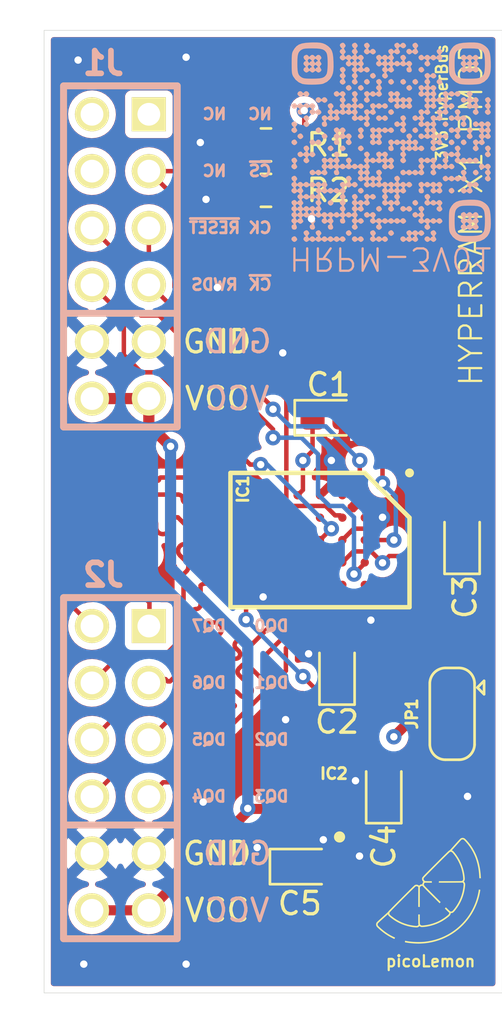
<source format=kicad_pcb>
(kicad_pcb (version 20211014) (generator pcbnew)
  (title_block (title "Hyperram sm x1 PMOD") (date "2023-01-07") (rev "1.0") (company "picoLemon"))
  (layers (0 "F.Cu" signal) (1 "In1.Cu" signal) (2 "In2.Cu" signal) (31 "B.Cu" signal) (34 "B.Paste" user) (35 "F.Paste" user) (36 "B.SilkS" user "B.Silks") (37 "F.SilkS" user "F.Silks") (38 "B.Mask" user) (39 "F.Mask" user) (44 "Edge.Cuts" user))
  (net 0 "")
  (net 2 "~{CS0}")
  (net 3 "CK")
  (net 4 "~{CK}")
  (net 5 "GND")
  (net 6 "+3V3")
  (net 9 "~{RESET}")
  (net 10 "RWDS")
  (net 11 "/DQ0")
  (net 12 "/DQ1")
  (net 13 "/DQ2")
  (net 14 "/DQ3")
  (net 15 "/DQ7")
  (net 16 "/DQ6")
  (net 17 "/DQ5")
  (net 18 "/DQ4")
  (net 24 "VCC")
  (net 27 "+1V8")
  (footprint "LOGO" (layer "F.Cu") (at 50.225 73.433)
    (fp_text reference "G***" hide)
    (fp_text value "LOGO" hide)
  )
  (footprint "Capacitor_Tantalum_SMD:CP_EIA-1608-08_AVX-J" (layer "F.Cu") (at 48.175 68.908 90)
    (fp_text reference "C4" (at -2.55 0 90) (layer "F.SilkS"))
    (fp_text value "1u")
    (pad "1" smd roundrect (at -0.7125 0 90) (size 1.075 1.05) (layers "F.Cu" "F.Paste" "F.Mask") (roundrect_rratio 0.2380952381) (net 27 "+1V8"))
    (pad "2" smd roundrect (at 0.7125 0 90) (size 1.075 1.05) (layers "F.Cu" "F.Paste" "F.Mask") (roundrect_rratio 0.2380952381) (net 5 "GND"))
  )
  (footprint "custom_jumpers:SolderJumper-3_P1.3mm_Bridged23_RoundedPad1.0x1.5mm" (layer "F.Cu") (at 51.2325 65.533 90)
    (fp_text reference "JP1" (at 0 -1.8 90) (layer "F.SilkS") (effects (font (size 0.5 0.5) (thickness 0.125))))
    (fp_text value "VCC_3V_SEL" hide)
    (fp_poly (pts (xy 0.375 -0.3) (xy 0.875 -0.3) (xy 0.875 0.3) (xy 0.375 0.3)) (layer "F.Cu") (width 0) (fill solid))
    (pad "1" smd custom (at -1.3 0 90) (size 1 0.5) (layers "F.Cu" "F.Mask") (net 27 "+1V8") (options (clearance outline) (anchor rect)) (primitives (gr_circle (center 0 0.25) (end 0.5 0.25) (width 0) (fill yes)) (gr_circle (center 0 -0.25) (end 0.5 -0.25) (width 0) (fill yes)) (gr_poly (pts (xy 0.55 0.75) (xy 0 0.75) (xy 0 -0.75) (xy 0.55 -0.75)) (width 0) (fill yes))))
    (pad "2" smd rect (at 0 0 90) (size 1 1.5) (layers "F.Cu" "F.Mask") (net 24 "VCC"))
    (pad "3" smd custom (at 1.3 0 90) (size 1 0.5) (layers "F.Cu" "F.Mask") (net 6 "+3V3") (options (clearance outline) (anchor rect)) (primitives (gr_circle (center 0 0.25) (end 0.5 0.25) (width 0) (fill yes)) (gr_circle (center 0 -0.25) (end 0.5 -0.25) (width 0) (fill yes)) (gr_poly (pts (xy 0 0.75) (xy -0.55 0.75) (xy -0.55 -0.75) (xy 0 -0.75)) (width 0) (fill yes))))
  )
  (footprint "Capacitor_Tantalum_SMD:CP_EIA-1608-08_AVX-J" (layer "F.Cu") (at 46.088 63.612 90)
    (fp_text reference "C2" (at -2.286 0 180) (layer "F.SilkS"))
    (fp_text value "100n")
    (pad "1" smd roundrect (at -0.7125 0 90) (size 1.075 1.05) (layers "F.Cu" "F.Paste" "F.Mask") (roundrect_rratio 0.2380952381) (net 24 "VCC"))
    (pad "2" smd roundrect (at 0.7125 0 90) (size 1.075 1.05) (layers "F.Cu" "F.Paste" "F.Mask") (roundrect_rratio 0.2380952381) (net 5 "GND"))
  )
  (footprint "Resistor_SMD:R_0805_2012Metric" (layer "F.Cu") (at 42.913 42.149)
    (fp_text reference "R2" (at 2.794 0) (layer "F.SilkS"))
    (fp_text value "8k")
    (pad "1" smd roundrect (at -0.9125 0) (size 1.025 1.4) (layers "F.Cu" "F.Paste" "F.Mask") (roundrect_rratio 0.243902439) (net 2 "~{CS0}"))
    (pad "2" smd roundrect (at 0.9125 0) (size 1.025 1.4) (layers "F.Cu" "F.Paste" "F.Mask") (roundrect_rratio 0.243902439) (net 5 "GND"))
  )
  (footprint "Capacitor_Tantalum_SMD:CP_EIA-1608-08_AVX-J" (layer "F.Cu") (at 44.6 72.358)
    (fp_text reference "C5" (at -0.175 1.65) (layer "F.SilkS"))
    (fp_text value "1u")
    (pad "1" smd roundrect (at -0.7125 0) (size 1.075 1.05) (layers "F.Cu" "F.Paste" "F.Mask") (roundrect_rratio 0.2380952381) (net 6 "+3V3"))
    (pad "2" smd roundrect (at 0.7125 0) (size 1.075 1.05) (layers "F.Cu" "F.Paste" "F.Mask") (roundrect_rratio 0.2380952381) (net 5 "GND"))
  )
  (footprint "Capacitor_Tantalum_SMD:CP_EIA-1608-08_AVX-J" (layer "F.Cu") (at 51.676 57.77 90)
    (fp_text reference "C3" (at -2.54 0.127 90) (layer "F.SilkS"))
    (fp_text value "100n")
    (pad "1" smd roundrect (at -0.7125 0 90) (size 1.075 1.05) (layers "F.Cu" "F.Paste" "F.Mask") (roundrect_rratio 0.2380952381) (net 24 "VCC"))
    (pad "2" smd roundrect (at 0.7125 0 90) (size 1.075 1.05) (layers "F.Cu" "F.Paste" "F.Mask") (roundrect_rratio 0.2380952381) (net 5 "GND"))
  )
  (footprint "libs:pmod_pin_array_6x2" (layer "F.Cu") (at 36.41 67.96)
    (fp_text reference "J2" (at -0.762 -8.636) (layer "B.SilkS") (effects (font (size 1.016 1.016) (thickness 0.254)) (justify mirror)))
    (fp_text value "PMOD" hide)
    (fp_text user "GND" (at 5.221 3.81) (layer "B.SilkS") (effects (justify mirror)))
    (fp_text user "VCC" (at 5.221 6.35) (layer "B.SilkS") (effects (justify mirror)))
    (fp_text user "VCC" (at 4.318 6.35) (layer "F.SilkS"))
    (fp_text user "GND" (at 4.318 3.81) (layer "F.SilkS"))
    (pad "1" thru_hole rect (at 1.27 -6.35) (size 1.524 1.524) (drill 1.016) (layers *.Cu *.Mask "F.SilkS") (net 11 "/DQ0"))
    (pad "2" thru_hole circle (at 1.27 -3.81 270) (size 1.524 1.524) (drill 1.016) (layers *.Cu *.Mask "F.SilkS") (net 12 "/DQ1"))
    (pad "3" thru_hole circle (at 1.27 -1.27 270) (size 1.524 1.524) (drill 1.016) (layers *.Cu *.Mask "F.SilkS") (net 13 "/DQ2"))
    (pad "4" thru_hole circle (at 1.27 1.27 270) (size 1.524 1.524) (drill 1.016) (layers *.Cu *.Mask "F.SilkS") (net 14 "/DQ3"))
    (pad "5" thru_hole circle (at 1.27 3.81 270) (size 1.524 1.524) (drill 1.016) (layers *.Cu *.Mask "F.SilkS") (net 5 "GND"))
    (pad "6" thru_hole circle (at 1.27 6.35 270) (size 1.524 1.524) (drill 1.016) (layers *.Cu *.Mask "F.SilkS") (net 6 "+3V3"))
    (pad "7" thru_hole circle (at -1.27 -6.35 270) (size 1.524 1.524) (drill 1.016) (layers *.Cu *.Mask "F.SilkS") (net 15 "/DQ7"))
    (pad "8" thru_hole circle (at -1.27 -3.81 270) (size 1.524 1.524) (drill 1.016) (layers *.Cu *.Mask "F.SilkS") (net 16 "/DQ6"))
    (pad "9" thru_hole circle (at -1.27 -1.27 270) (size 1.524 1.524) (drill 1.016) (layers *.Cu *.Mask "F.SilkS") (net 17 "/DQ5"))
    (pad "10" thru_hole circle (at -1.27 1.27 270) (size 1.524 1.524) (drill 1.016) (layers *.Cu *.Mask "F.SilkS") (net 18 "/DQ4"))
    (pad "11" thru_hole circle (at -1.27 3.81 270) (size 1.524 1.524) (drill 1.016) (layers *.Cu *.Mask "F.SilkS") (net 5 "GND"))
    (pad "12" thru_hole circle (at -1.27 6.35 270) (size 1.524 1.524) (drill 1.016) (layers *.Cu *.Mask "F.SilkS") (net 6 "+3V3"))
  )
  (footprint "libs:SON65P200X200X80-7N" (layer "F.Cu") (at 44.825 69.708 180)
    (fp_text reference "IC2" (at -1.124 1.503 180) (layer "F.SilkS") (effects (font (size 0.5 0.5) (thickness 0.125))))
    (fp_text value "NCP705MT18TCG" hide)
    (pad "1" smd rect locked (at -1.05 -0.65 270) (size 0.35 0.65) (layers "F.Cu" "F.Paste" "F.Mask") (net 27 "+1V8"))
    (pad "2" smd rect locked (at -1.05 0 270) (size 0.35 0.65) (layers "F.Cu" "F.Paste" "F.Mask"))
    (pad "3" smd rect locked (at -1.05 0.65 270) (size 0.35 0.65) (layers "F.Cu" "F.Paste" "F.Mask") (net 5 "GND"))
    (pad "4" smd rect locked (at 1.05 0.65 270) (size 0.35 0.65) (layers "F.Cu" "F.Paste" "F.Mask") (net 6 "+3V3"))
    (pad "5" smd rect locked (at 1.05 0 270) (size 0.35 0.65) (layers "F.Cu" "F.Paste" "F.Mask"))
    (pad "6" smd rect locked (at 1.05 -0.65 270) (size 0.35 0.65) (layers "F.Cu" "F.Paste" "F.Mask") (net 6 "+3V3"))
    (pad "7" smd rect locked (at 0 0 180) (size 1.1 1.7) (layers "F.Cu" "F.Paste" "F.Mask") (net 5 "GND"))
  )
  (footprint "libs:pmod_pin_array_6x2" (layer "F.Cu") (at 36.41 45.1)
    (fp_text reference "J1" (at -0.762 -8.636) (layer "B.SilkS") (effects (font (size 1.016 1.016) (thickness 0.254)) (justify mirror)))
    (fp_text value "PMOD" hide)
    (fp_text user "VCC" (at 5.221 6.35) (layer "B.SilkS") (effects (justify mirror)))
    (fp_text user "GND" (at 5.221 3.801) (layer "B.SilkS") (effects (justify mirror)))
    (fp_text user "GND" (at 4.318 3.81) (layer "F.SilkS"))
    (fp_text user "VCC" (at 4.318 6.35) (layer "F.SilkS"))
    (pad "1" thru_hole rect (at 1.27 -6.35) (size 1.524 1.524) (drill 1.016) (layers *.Cu *.Mask "F.SilkS"))
    (pad "2" thru_hole circle (at 1.27 -3.81 270) (size 1.524 1.524) (drill 1.016) (layers *.Cu *.Mask "F.SilkS") (net 2 "~{CS0}"))
    (pad "3" thru_hole circle (at 1.27 -1.27 270) (size 1.524 1.524) (drill 1.016) (layers *.Cu *.Mask "F.SilkS") (net 3 "CK"))
    (pad "4" thru_hole circle (at 1.27 1.27 270) (size 1.524 1.524) (drill 1.016) (layers *.Cu *.Mask "F.SilkS") (net 4 "~{CK}"))
    (pad "5" thru_hole circle (at 1.27 3.81 270) (size 1.524 1.524) (drill 1.016) (layers *.Cu *.Mask "F.SilkS") (net 5 "GND"))
    (pad "6" thru_hole circle (at 1.27 6.35 270) (size 1.524 1.524) (drill 1.016) (layers *.Cu *.Mask "F.SilkS") (net 6 "+3V3"))
    (pad "7" thru_hole circle (at -1.27 -6.35 270) (size 1.524 1.524) (drill 1.016) (layers *.Cu *.Mask "F.SilkS"))
    (pad "8" thru_hole circle (at -1.27 -3.81 270) (size 1.524 1.524) (drill 1.016) (layers *.Cu *.Mask "F.SilkS"))
    (pad "9" thru_hole circle (at -1.27 -1.27 270) (size 1.524 1.524) (drill 1.016) (layers *.Cu *.Mask "F.SilkS") (net 9 "~{RESET}"))
    (pad "10" thru_hole circle (at -1.27 1.27 270) (size 1.524 1.524) (drill 1.016) (layers *.Cu *.Mask "F.SilkS") (net 10 "RWDS"))
    (pad "11" thru_hole circle (at -1.27 3.81 270) (size 1.524 1.524) (drill 1.016) (layers *.Cu *.Mask "F.SilkS") (net 5 "GND"))
    (pad "12" thru_hole circle (at -1.27 6.35 270) (size 1.524 1.524) (drill 1.016) (layers *.Cu *.Mask "F.SilkS") (net 6 "+3V3"))
  )
  (footprint "Resistor_SMD:R_0805_2012Metric" (layer "F.Cu") (at 42.913 40.117 180)
    (fp_text reference "R1" (at -2.794 0) (layer "F.SilkS"))
    (fp_text value "8k")
    (pad "1" smd roundrect (at -0.9125 0 180) (size 1.025 1.4) (layers "F.Cu" "F.Paste" "F.Mask") (roundrect_rratio 0.243902439) (net 24 "VCC"))
    (pad "2" smd roundrect (at 0.9125 0 180) (size 1.025 1.4) (layers "F.Cu" "F.Paste" "F.Mask") (roundrect_rratio 0.243902439) (net 2 "~{CS0}"))
  )
  (footprint "Capacitor_Tantalum_SMD:CP_EIA-1608-08_AVX-J" (layer "F.Cu") (at 45.707 52.309)
    (fp_text reference "C1" (at 0 -1.48) (layer "F.SilkS"))
    (fp_text value "100n")
    (pad "1" smd roundrect (at -0.7125 0) (size 1.075 1.05) (layers "F.Cu" "F.Paste" "F.Mask") (roundrect_rratio 0.2380952381) (net 24 "VCC"))
    (pad "2" smd roundrect (at 0.7125 0) (size 1.075 1.05) (layers "F.Cu" "F.Paste" "F.Mask") (roundrect_rratio 0.2380952381) (net 5 "GND"))
  )
  (footprint "SamacSys_Parts:BGA24C100P5X5_600X800X120" (layer "F.Cu") (at 45.326 57.77 -90)
    (fp_text reference "IC1" (at -2.265 3.441 90) (layer "F.SilkS") (effects (font (size 0.5 0.5) (thickness 0.125))))
    (fp_text value "W957A8MFYA5I" hide)
    (pad "A2" smd circle locked (at -1 -2) (size 0.37 0.37) (layers "F.Cu" "F.Paste" "F.Mask"))
    (pad "A3" smd circle locked (at 0 -2) (size 0.37 0.37) (layers "F.Cu" "F.Paste" "F.Mask") (net 2 "~{CS0}"))
    (pad "A4" smd circle locked (at 1 -2) (size 0.37 0.37) (layers "F.Cu" "F.Paste" "F.Mask") (net 9 "~{RESET}"))
    (pad "A5" smd circle locked (at 2 -2) (size 0.37 0.37) (layers "F.Cu" "F.Paste" "F.Mask"))
    (pad "B1" smd circle locked (at -2 -1) (size 0.37 0.37) (layers "F.Cu" "F.Paste" "F.Mask") (net 4 "~{CK}"))
    (pad "B2" smd circle locked (at -1 -1) (size 0.37 0.37) (layers "F.Cu" "F.Paste" "F.Mask") (net 3 "CK"))
    (pad "B3" smd circle locked (at 0 -1) (size 0.37 0.37) (layers "F.Cu" "F.Paste" "F.Mask") (net 5 "GND"))
    (pad "B4" smd circle locked (at 1 -1) (size 0.37 0.37) (layers "F.Cu" "F.Paste" "F.Mask") (net 24 "VCC"))
    (pad "B5" smd circle locked (at 2 -1) (size 0.37 0.37) (layers "F.Cu" "F.Paste" "F.Mask"))
    (pad "C1" smd circle locked (at -2 0) (size 0.37 0.37) (layers "F.Cu" "F.Paste" "F.Mask") (net 5 "GND"))
    (pad "C2" smd circle locked (at -1 0) (size 0.37 0.37) (layers "F.Cu" "F.Paste" "F.Mask"))
    (pad "C3" smd circle locked (at 0 0) (size 0.37 0.37) (layers "F.Cu" "F.Paste" "F.Mask") (net 10 "RWDS"))
    (pad "C4" smd circle locked (at 1 0) (size 0.37 0.37) (layers "F.Cu" "F.Paste" "F.Mask") (net 13 "/DQ2"))
    (pad "C5" smd circle locked (at 2 0) (size 0.37 0.37) (layers "F.Cu" "F.Paste" "F.Mask"))
    (pad "D1" smd circle locked (at -2 1) (size 0.37 0.37) (layers "F.Cu" "F.Paste" "F.Mask") (net 24 "VCC"))
    (pad "D2" smd circle locked (at -1 1) (size 0.37 0.37) (layers "F.Cu" "F.Paste" "F.Mask") (net 12 "/DQ1"))
    (pad "D3" smd circle locked (at 0 1) (size 0.37 0.37) (layers "F.Cu" "F.Paste" "F.Mask") (net 11 "/DQ0"))
    (pad "D4" smd circle locked (at 1 1) (size 0.37 0.37) (layers "F.Cu" "F.Paste" "F.Mask") (net 14 "/DQ3"))
    (pad "D5" smd circle locked (at 2 1) (size 0.37 0.37) (layers "F.Cu" "F.Paste" "F.Mask") (net 18 "/DQ4"))
    (pad "E1" smd circle locked (at -2 2) (size 0.37 0.37) (layers "F.Cu" "F.Paste" "F.Mask") (net 15 "/DQ7"))
    (pad "E2" smd circle locked (at -1 2) (size 0.37 0.37) (layers "F.Cu" "F.Paste" "F.Mask") (net 16 "/DQ6"))
    (pad "E3" smd circle locked (at 0 2) (size 0.37 0.37) (layers "F.Cu" "F.Paste" "F.Mask") (net 17 "/DQ5"))
    (pad "E4" smd circle locked (at 1 2) (size 0.37 0.37) (layers "F.Cu" "F.Paste" "F.Mask") (net 24 "VCC"))
    (pad "E5" smd circle locked (at 2 2) (size 0.37 0.37) (layers "F.Cu" "F.Paste" "F.Mask") (net 5 "GND"))
  )
  (footprint "LOGO" (layer "B.Cu") (at 48.489 40.011 180)
    (fp_text reference "G***" hide)
    (fp_text value "LOGO" hide)
  )
  (gr_line (start 33 78) (end 53.467 78) (layer "Edge.Cuts") (width 0.0254))
  (gr_line (start 33 35) (end 53.467 35) (layer "Edge.Cuts") (width 0.0254))
  (gr_line (start 33 35) (end 33 78) (layer "Edge.Cuts") (width 0.0254))
  (gr_line (start 53.467 35) (end 53.467 78) (layer "Edge.Cuts") (width 0.0254))
  (gr_text "~{CK}" (at 42.647 46.361) (layer "B.SilkS") (effects (font (size 0.5 0.5) (thickness 0.125)) (justify mirror)))
  (gr_text "DQ7" (at 40.361 61.601) (layer "B.SilkS") (effects (font (size 0.5 0.5) (thickness 0.125)) (justify mirror)))
  (gr_text "DQ0" (at 43.155 61.601) (layer "B.SilkS") (effects (font (size 0.5 0.5) (thickness 0.125)) (justify mirror)))
  (gr_text "DQ1" (at 43.155 64.141) (layer "B.SilkS") (effects (font (size 0.5 0.5) (thickness 0.125)) (justify mirror)))
  (gr_text "DQ5" (at 40.361 66.681) (layer "B.SilkS") (effects (font (size 0.5 0.5) (thickness 0.125)) (justify mirror)))
  (gr_text "DQ2" (at 43.155 66.681) (layer "B.SilkS") (effects (font (size 0.5 0.5) (thickness 0.125)) (justify mirror)))
  (gr_text "CK" (at 42.647 43.821) (layer "B.SilkS") (effects (font (size 0.5 0.5) (thickness 0.125)) (justify mirror)))
  (gr_text "DQ6" (at 40.361 64.141) (layer "B.SilkS") (effects (font (size 0.5 0.5) (thickness 0.125)) (justify mirror)))
  (gr_text "~{RESET}" (at 40.615 43.821) (layer "B.SilkS") (effects (font (size 0.5 0.5) (thickness 0.125)) (justify mirror)))
  (gr_text "NC" (at 42.647 38.741) (layer "B.SilkS") (effects (font (size 0.5 0.5) (thickness 0.125)) (justify mirror)))
  (gr_text "DQ4" (at 40.361 69.221) (layer "B.SilkS") (effects (font (size 0.5 0.5) (thickness 0.125)) (justify mirror)))
  (gr_text "DQ3" (at 43.155 69.221) (layer "B.SilkS") (effects (font (size 0.5 0.5) (thickness 0.125)) (justify mirror)))
  (gr_text "NC" (at 40.615 41.281) (layer "B.SilkS") (effects (font (size 0.5 0.5) (thickness 0.125)) (justify mirror)))
  (gr_text "RWDS" (at 40.615 46.361) (layer "B.SilkS") (effects (font (size 0.5 0.5) (thickness 0.125)) (justify mirror)))
  (gr_text "~{CS}" (at 42.647 41.281) (layer "B.SilkS") (effects (font (size 0.5 0.5) (thickness 0.125)) (justify mirror)))
  (gr_text "NC" (at 40.615 38.741) (layer "B.SilkS") (effects (font (size 0.5 0.5) (thickness 0.125)) (justify mirror)))
  (gr_text "HRPM-3V01" (at 48.517 45.197 180) (layer "B.SilkS") (effects (font (size 1 1) (thickness 0.1)) (justify mirror)))
  (gr_text "3V3 HyperBus" (at 50.775 38.233 90) (layer "F.SilkS") (effects (font (size 0.5 0.5) (thickness 0.1))))
  (gr_text "picoLemon" (at 50.267 76.587) (layer "F.SilkS") (effects (font (size 0.5 0.5) (thickness 0.1))))
  (gr_text "HYPERRAM X1 PMOD" (at 52.075 43.183 90) (layer "F.SilkS") (effects (font (size 1 1) (thickness 0.1))))
  (segment (start 40.5735 41.29) (end 41.7465 40.117) (width 0.2) (layer "F.Cu") (net 2))
  (segment (start 42.0005 42.149) (end 41.4325 42.149) (width 0.2) (layer "F.Cu") (net 2))
  (segment (start 48.12 55.23) (end 48.12 51.73) (width 0.2) (layer "F.Cu") (net 2))
  (segment (start 47.326 57.77) (end 48.628 57.77) (width 0.2) (layer "F.Cu") (net 2))
  (segment (start 40.5735 41.29) (end 37.68 41.29) (width 0.2) (layer "F.Cu") (net 2))
  (segment (start 41.4325 42.149) (end 40.5735 41.29) (width 0.2) (layer "F.Cu") (net 2))
  (segment (start 41.7465 40.117) (end 42.0005 40.117) (width 0.2) (layer "F.Cu") (net 2))
  (segment (start 48.12 51.73) (end 37.68 41.29) (width 0.2) (layer "F.Cu") (net 2))
  (via (at 48.12 55.23) (size 0.6858) (drill 0.3302) (layers "F.Cu" "B.Cu") (net 2))
  (via (at 48.628 57.77) (size 0.6858) (drill 0.3302) (layers "F.Cu" "B.Cu") (net 2))
  (segment (start 48.7153 57.6827) (end 48.7153 55.8253) (width 0.2) (layer "B.Cu") (net 2))
  (segment (start 48.7153 55.8253) (end 48.12 55.23) (width 0.2) (layer "B.Cu") (net 2))
  (segment (start 48.628 57.77) (end 48.7153 57.6827) (width 0.2) (layer "B.Cu") (net 2))
  (segment (start 38.825 45.781711) (end 38.825 46.483) (width 0.2) (layer "F.Cu") (net 3))
  (segment (start 38.087289 45.044) (end 38.825 45.781711) (width 0.2) (layer "F.Cu") (net 3))
  (segment (start 37.68 45.044) (end 38.087289 45.044) (width 0.2) (layer "F.Cu") (net 3))
  (segment (start 38.825 46.483) (end 43.8236 51.4816) (width 0.2) (layer "F.Cu") (net 3))
  (segment (start 46.2227 56.6667) (end 46.326 56.77) (width 0.2) (layer "F.Cu") (net 3))
  (segment (start 43.8236 51.4816) (end 43.8236 56.058889) (width 0.2) (layer "F.Cu") (net 3))
  (segment (start 37.68 43.83) (end 37.68 45.044) (width 0.2) (layer "F.Cu") (net 3))
  (segment (start 46.0007 56.6667) (end 46.2227 56.6667) (width 0.2) (layer "F.Cu") (net 3))
  (segment (start 44.010711 56.246) (end 45.58 56.246) (width 0.2) (layer "F.Cu") (net 3))
  (segment (start 43.8236 56.058889) (end 44.010711 56.246) (width 0.2) (layer "F.Cu") (net 3))
  (segment (start 45.58 56.246) (end 46.0007 56.6667) (width 0.2) (layer "F.Cu") (net 3))
  (segment (start 37.68 46.37) (end 37.68 46.366) (width 0.2) (layer "F.Cu") (net 4))
  (segment (start 43.2288 51.8628) (end 43.2288 51.928) (width 0.2) (layer "F.Cu") (net 4))
  (segment (start 37.706 46.34) (end 43.2288 51.8628) (width 0.2) (layer "F.Cu") (net 4))
  (segment (start 37.68 46.366) (end 37.706 46.34) (width 0.2) (layer "F.Cu") (net 4))
  (segment (start 47.104 54.214) (end 47.104 54.992) (width 0.2) (layer "F.Cu") (net 4))
  (segment (start 47.104 54.992) (end 46.326 55.77) (width 0.2) (layer "F.Cu") (net 4))
  (via (at 47.104 54.214) (size 0.6858) (drill 0.3302) (layers "F.Cu" "B.Cu") (net 4))
  (via (at 43.2288 51.928) (size 0.6858) (drill 0.3302) (layers "F.Cu" "B.Cu") (net 4))
  (segment (start 43.9908 52.69) (end 45.58 52.69) (width 0.2) (layer "B.Cu") (net 4))
  (segment (start 43.2288 51.928) (end 43.9908 52.69) (width 0.2) (layer "B.Cu") (net 4))
  (segment (start 45.58 52.69) (end 47.104 54.214) (width 0.2) (layer "B.Cu") (net 4))
  (segment (start 44.825 70.508) (end 44.825 69.708) (width 0.45) (layer "F.Cu") (net 5))
  (segment (start 45.3125 71.3205) (end 45.475 71.158) (width 0.45) (layer "F.Cu") (net 5))
  (segment (start 45.475 71.158) (end 44.825 70.508) (width 0.45) (layer "F.Cu") (net 5))
  (segment (start 46.4195 52.309) (end 46.4195 52.8665) (width 0.2) (layer "F.Cu") (net 5))
  (segment (start 46.9125 68.5205) (end 46.375 69.058) (width 0.45) (layer "F.Cu") (net 5))
  (segment (start 42.786 60.31) (end 43.326 59.77) (width 0.2) (layer "F.Cu") (net 5))
  (segment (start 46.4195 52.8665) (end 45.834 53.452) (width 0.2) (layer "F.Cu") (net 5))
  (segment (start 48.175 68.1955) (end 47.2375 68.1955) (width 0.45) (layer "F.Cu") (net 5))
  (segment (start 51.3725 56.754) (end 51.676 57.0575) (width 0.2) (layer "F.Cu") (net 5))
  (segment (start 45.834 53.452) (end 45.834 54.214) (width 0.2) (layer "F.Cu") (net 5))
  (segment (start 46.834 57.262) (end 46.326 57.77) (width 0.2) (layer "F.Cu") (net 5))
  (segment (start 43.8255 42.2995) (end 44.945 43.419) (width 0.2) (layer "F.Cu") (net 5))
  (segment (start 43.8255 42.149) (end 43.8255 42.2995) (width 0.2) (layer "F.Cu") (net 5))
  (segment (start 45.834 55.262) (end 45.326 55.77) (width 0.2) (layer "F.Cu") (net 5))
  (segment (start 45.834 54.214) (end 45.834 55.262) (width 0.2) (layer "F.Cu") (net 5))
  (segment (start 44.818 62.85) (end 46.0385 62.85) (width 0.2) (layer "F.Cu") (net 5))
  (segment (start 46.0385 62.85) (end 46.088 62.8995) (width 0.2) (layer "F.Cu") (net 5))
  (segment (start 48.12 56.754) (end 51.3725 56.754) (width 0.2) (layer "F.Cu") (net 5))
  (segment (start 45.3125 72.358) (end 45.3125 71.3205) (width 0.45) (layer "F.Cu") (net 5))
  (segment (start 46.375 69.058) (end 45.875 69.058) (width 0.45) (layer "F.Cu") (net 5))
  (segment (start 48.12 56.754) (end 47.612 57.262) (width 0.2) (layer "F.Cu") (net 5))
  (segment (start 47.612 57.262) (end 46.834 57.262) (width 0.2) (layer "F.Cu") (net 5))
  (segment (start 47.2375 68.1955) (end 46.9125 68.5205) (width 0.45) (layer "F.Cu") (net 5))
  (via (at 39.345 76.714) (size 0.6858) (drill 0.3302) (layers "F.Cu" "B.Cu") (net 5))
  (via (at 51.918 69.221) (size 0.6858) (drill 0.3302) (layers "F.Cu" "B.Cu") (net 5))
  (via (at 40.234 42.551) (size 0.6858) (drill 0.3302) (layers "F.Cu" "B.Cu") (net 5))
  (via (at 44.945 43.419) (size 0.6858) (drill 0.3302) (layers "F.Cu" "B.Cu") (net 5))
  (via (at 48.12 56.754) (size 0.6858) (drill 0.3302) (layers "F.Cu" "B.Cu") (net 5))
  (via (at 39.345 36.201) (size 0.6858) (drill 0.3302) (layers "F.Cu" "B.Cu") (net 5))
  (via (at 34.519 36.328) (size 0.6858) (drill 0.3302) (layers "F.Cu" "B.Cu") (net 5))
  (via (at 45.834 54.214) (size 0.6858) (drill 0.3302) (layers "F.Cu" "B.Cu") (net 5))
  (via (at 44.818 62.85) (size 0.6858) (drill 0.3302) (layers "F.Cu" "B.Cu") (net 5))
  (via (at 42.786 60.31) (size 0.6858) (drill 0.3302) (layers "F.Cu" "B.Cu") (net 5))
  (via (at 43.663 49.409) (size 0.6858) (drill 0.3302) (layers "F.Cu" "B.Cu") (net 5))
  (via (at 34.773 76.714) (size 0.6858) (drill 0.3302) (layers "F.Cu" "B.Cu") (net 5))
  (via (at 43.79 65.792) (size 0.6858) (drill 0.3302) (layers "F.Cu" "B.Cu") (net 5))
  (via (at 47.6 61.347) (size 0.6858) (drill 0.3302) (layers "F.Cu" "B.Cu") (net 5))
  (via (at 47.092 71.888) (size 0.6858) (drill 0.3302) (layers "F.Cu" "B.Cu") (net 5))
  (via (at 40.742 46.488) (size 0.6858) (drill 0.3302) (layers "F.Cu" "B.Cu") (net 5))
  (via (at 45.475 71.158) (size 0.6858) (drill 0.3302) (layers "F.Cu" "B.Cu") (net 5))
  (via (at 40.107 69.475) (size 0.6858) (drill 0.3302) (layers "F.Cu" "B.Cu") (net 5))
  (via (at 42.52 71.507) (size 0.6858) (drill 0.3302) (layers "F.Cu" "B.Cu") (net 5))
  (via (at 46.9125 68.5205) (size 0.6858) (drill 0.3302) (layers "F.Cu" "B.Cu") (net 5))
  (via (at 39.98 40.011) (size 0.6858) (drill 0.3302) (layers "F.Cu" "B.Cu") (net 5))
  (segment (start 42.786 60.31) (end 42.786 60.818) (width 0.2) (layer "B.Cu") (net 5))
  (segment (start 42.786 60.818) (end 44.818 62.85) (width 0.2) (layer "B.Cu") (net 5))
  (segment (start 35.14 51.45) (end 37.68 51.45) (width 0.5) (layer "F.Cu") (net 6))
  (segment (start 43.8875 71.0705) (end 43.8375 71.0205) (width 0.45) (layer "F.Cu") (net 6))
  (segment (start 47.083118 66.833) (end 44.925 66.833) (width 0.45) (layer "F.Cu") (net 6))
  (segment (start 47.725 65.233) (end 47.725 66.191118) (width 0.45) (layer "F.Cu") (net 6))
  (segment (start 43.775 67.983) (end 43.775 69.058) (width 0.45) (layer "F.Cu") (net 6))
  (segment (start 43.8375 71.0205) (end 43.8375 70.4205) (width 0.45) (layer "F.Cu") (net 6))
  (segment (start 43.0726 69.358) (end 43.3726 69.058) (width 0.45) (layer "F.Cu") (net 6))
  (segment (start 48.725 64.233) (end 47.725 65.233) (width 0.45) (layer "F.Cu") (net 6))
  (segment (start 47.725 66.191118) (end 47.083118 66.833) (width 0.45) (layer "F.Cu") (net 6))
  (segment (start 43.0726 69.7806) (end 43.0726 69.358) (width 0.45) (layer "F.Cu") (net 6))
  (segment (start 35.14 74.31) (end 37.68 74.31) (width 0.45) (layer "F.Cu") (net 6))
  (segment (start 37.68 51.45) (end 37.68 52.613) (width 0.5) (layer "F.Cu") (net 6))
  (segment (start 44.925 66.833) (end 43.775 67.983) (width 0.45) (layer "F.Cu") (net 6))
  (segment (start 51.2325 64.233) (end 48.725 64.233) (width 0.45) (layer "F.Cu") (net 6))
  (segment (start 43.8375 71.0205) (end 43.0726 70.2556) (width 0.45) (layer "F.Cu") (net 6))
  (segment (start 43.0726 70.2556) (end 43.0726 69.7806) (width 0.45) (layer "F.Cu") (net 6))
  (segment (start 42.1 69.89) (end 42.1 69.758) (width 0.45) (layer "F.Cu") (net 6))
  (segment (start 43.0726 69.7806) (end 42.1226 69.7806) (width 0.45) (layer "F.Cu") (net 6))
  (segment (start 43.8875 72.358) (end 43.8875 71.0705) (width 0.45) (layer "F.Cu") (net 6))
  (segment (start 37.68 52.613) (end 38.65 53.583) (width 0.5) (layer "F.Cu") (net 6))
  (segment (start 43.3726 69.058) (end 43.775 69.058) (width 0.45) (layer "F.Cu") (net 6))
  (segment (start 37.68 74.31) (end 42.1 69.89) (width 0.45) (layer "F.Cu") (net 6))
  (segment (start 42.1226 69.7806) (end 42.1 69.758) (width 0.45) (layer "F.Cu") (net 6))
  (segment (start 43.8375 70.4205) (end 43.775 70.358) (width 0.5) (layer "F.Cu") (net 6))
  (via (at 38.65 53.583) (size 0.6858) (drill 0.3302) (layers "F.Cu" "B.Cu") (net 6))
  (via (at 42.1 69.758) (size 0.6858) (drill 0.3302) (layers "F.Cu" "B.Cu") (net 6))
  (segment (start 38.65 53.583) (end 38.65 59.006014) (width 0.5) (layer "B.Cu") (net 6))
  (segment (start 38.65 59.006014) (end 42.1 62.456014) (width 0.5) (layer "B.Cu") (net 6))
  (segment (start 42.1 62.456014) (end 42.1 69.758) (width 0.5) (layer "B.Cu") (net 6))
  (segment (start 37.325 47.737) (end 36.309 46.721) (width 0.2) (layer "F.Cu") (net 9))
  (segment (start 36.309 44.999) (end 35.14 43.83) (width 0.2) (layer "F.Cu") (net 9))
  (segment (start 43.2288 52.82451) (end 38.14129 47.737) (width 0.2) (layer "F.Cu") (net 9))
  (segment (start 36.309 46.721) (end 36.309 44.999) (width 0.2) (layer "F.Cu") (net 9))
  (segment (start 47.326 58.77) (end 47.326 58.808614) (width 0.2) (layer "F.Cu") (net 9))
  (segment (start 47.326 58.808614) (end 46.845307 59.289307) (width 0.2) (layer "F.Cu") (net 9))
  (segment (start 38.14129 47.737) (end 37.325 47.737) (width 0.2) (layer "F.Cu") (net 9))
  (segment (start 43.2288 53.198) (end 43.2288 52.82451) (width 0.2) (layer "F.Cu") (net 9))
  (via (at 46.845307 59.289307) (size 0.6858) (drill 0.3302) (layers "F.Cu" "B.Cu") (net 9))
  (via (at 43.2288 53.198) (size 0.6858) (drill 0.3302) (layers "F.Cu" "B.Cu") (net 9))
  (segment (start 46.845307 56.749307) (end 46.845307 59.289307) (width 0.2) (layer "B.Cu") (net 9))
  (segment (start 43.2288 53.198) (end 44.4988 53.198) (width 0.2) (layer "B.Cu") (net 9))
  (segment (start 45.2387 53.9379) (end 45.2387 55.730582) (width 0.2) (layer "B.Cu") (net 9))
  (segment (start 46.342 56.246) (end 46.845307 56.749307) (width 0.2) (layer "B.Cu") (net 9))
  (segment (start 45.2387 55.730582) (end 45.754118 56.246) (width 0.2) (layer "B.Cu") (net 9))
  (segment (start 45.754118 56.246) (end 46.342 56.246) (width 0.2) (layer "B.Cu") (net 9))
  (segment (start 44.4988 53.198) (end 45.2387 53.9379) (width 0.2) (layer "B.Cu") (net 9))
  (segment (start 36.563 47.793) (end 35.14 46.37) (width 0.2) (layer "F.Cu") (net 10))
  (segment (start 37.341711 50.277) (end 36.563 49.498289) (width 0.2) (layer "F.Cu") (net 10))
  (segment (start 42.67626 54.398959) (end 42.208959 54.398959) (width 0.2) (layer "F.Cu") (net 10))
  (segment (start 38.087 50.277) (end 37.341711 50.277) (width 0.2) (layer "F.Cu") (net 10))
  (segment (start 45.326 57.77) (end 45.834 57.262) (width 0.2) (layer "F.Cu") (net 10))
  (segment (start 42.208959 54.398959) (end 38.087 50.277) (width 0.2) (layer "F.Cu") (net 10))
  (segment (start 36.563 49.498289) (end 36.563 47.793) (width 0.2) (layer "F.Cu") (net 10))
  (via (at 45.834 57.262) (size 0.6858) (drill 0.3302) (layers "F.Cu" "B.Cu") (net 10))
  (via (at 42.67626 54.398959) (size 0.6858) (drill 0.3302) (layers "F.Cu" "B.Cu") (net 10))
  (segment (start 42.67626 54.398959) (end 42.970959 54.398959) (width 0.2) (layer "B.Cu") (net 10))
  (segment (start 42.970959 54.398959) (end 45.834 57.262) (width 0.2) (layer "B.Cu") (net 10))
  (segment (start 42.008524 57.233) (end 43.789 57.233) (width 0.2) (layer "F.Cu") (net 11))
  (segment (start 37.68 61.352) (end 37.706 61.326) (width 0.2) (layer "F.Cu") (net 11))
  (segment (start 40.33527 57.513271) (end 40.33527 57.3326) (width 0.2) (layer "F.Cu") (net 11))
  (segment (start 39.73527 57.51327) (end 39.73527 57.513271) (width 0.2) (layer "F.Cu") (net 11))
  (segment (start 36.944 57.84) (end 36.944 57.516) (width 0.2) (layer "F.Cu") (net 11))
  (segment (start 38.906 56.754) (end 38.976 56.754) (width 0.2) (layer "F.Cu") (net 11))
  (segment (start 37.706 60.564) (end 36.944 59.802) (width 0.2) (layer "F.Cu") (net 11))
  (segment (start 37.68 61.61) (end 37.68 61.352) (width 0.2) (layer "F.Cu") (net 11))
  (segment (start 36.944 57.516) (end 37.706 56.754) (width 0.2) (layer "F.Cu") (net 11))
  (segment (start 38.006 57.054) (end 38.006 57.204) (width 0.2) (layer "F.Cu") (net 11))
  (segment (start 39.91594 57.693941) (end 40.1546 57.693941) (width 0.2) (layer "F.Cu") (net 11))
  (segment (start 40.3546 57.3326) (end 40.3546 56.671259) (width 0.2) (layer "F.Cu") (net 11))
  (segment (start 40.9546 56.671259) (end 40.9546 57.0326) (width 0.2) (layer "F.Cu") (net 11))
  (segment (start 36.944 59.802) (end 36.944 59.04) (width 0.2) (layer "F.Cu") (net 11))
  (segment (start 41.908924 57.3326) (end 42.008524 57.233) (width 0.2) (layer "F.Cu") (net 11))
  (segment (start 43.789 57.233) (end 44.326 57.77) (width 0.2) (layer "F.Cu") (net 11))
  (segment (start 37.706 61.326) (end 37.706 60.564) (width 0.2) (layer "F.Cu") (net 11))
  (segment (start 37.644 58.14) (end 37.244 58.14) (width 0.2) (layer "F.Cu") (net 11))
  (segment (start 37.244 58.74) (end 37.644 58.74) (width 0.2) (layer "F.Cu") (net 11))
  (segment (start 41.2546 57.3326) (end 41.908924 57.3326) (width 0.2) (layer "F.Cu") (net 11))
  (segment (start 38.976 56.754) (end 39.5546 57.3326) (width 0.2) (layer "F.Cu") (net 11))
  (segment (start 40.33527 57.3326) (end 40.3546 57.3326) (width 0.2) (layer "F.Cu") (net 11))
  (segment (start 38.606 57.204) (end 38.606 57.054) (width 0.2) (layer "F.Cu") (net 11))
  (arc (start 40.6546 56.371259) (mid 40.866732 56.459127) (end 40.9546 56.671259) (width 0.2) (layer "F.Cu") (net 11))
  (arc (start 36.944 59.04) (mid 37.031868 58.827868) (end 37.244 58.74) (width 0.2) (layer "F.Cu") (net 11))
  (arc (start 37.644 58.74) (mid 37.856132 58.652132) (end 37.944 58.44) (width 0.2) (layer "F.Cu") (net 11))
  (arc (start 40.3546 56.671259) (mid 40.442468 56.459127) (end 40.6546 56.371259) (width 0.2) (layer "F.Cu") (net 11))
  (arc (start 37.244 58.14) (mid 37.031868 58.052132) (end 36.944 57.84) (width 0.2) (layer "F.Cu") (net 11))
  (arc (start 39.73527 57.513271) (mid 39.788187 57.641024) (end 39.91594 57.693941) (width 0.2) (layer "F.Cu") (net 11))
  (arc (start 37.706 56.754) (mid 37.918132 56.841868) (end 38.006 57.054) (width 0.2) (layer "F.Cu") (net 11))
  (arc (start 38.606 57.054) (mid 38.693868 56.841868) (end 38.906 56.754) (width 0.2) (layer "F.Cu") (net 11))
  (arc (start 39.5546 57.3326) (mid 39.682353 57.385517) (end 39.73527 57.51327) (width 0.2) (layer "F.Cu") (net 11))
  (arc (start 37.944 58.44) (mid 37.856132 58.227868) (end 37.644 58.14) (width 0.2) (layer "F.Cu") (net 11))
  (arc (start 40.1546 57.693941) (mid 40.282353 57.641024) (end 40.33527 57.513271) (width 0.2) (layer "F.Cu") (net 11))
  (arc (start 40.9546 57.0326) (mid 41.042468 57.244732) (end 41.2546 57.3326) (width 0.2) (layer "F.Cu") (net 11))
  (arc (start 38.006 57.204) (mid 38.093868 57.416132) (end 38.306 57.504) (width 0.2) (layer "F.Cu") (net 11))
  (arc (start 38.306 57.504) (mid 38.518132 57.416132) (end 38.606 57.204) (width 0.2) (layer "F.Cu") (net 11))
  (segment (start 41.091413 59.007387) (end 40.905599 59.193201) (width 0.2) (layer "F.Cu") (net 12))
  (segment (start 40.695134 60.08087) (end 40.416264 59.802) (width 0.2) (layer "F.Cu") (net 12))
  (segment (start 39.592 61.05) (end 39.592 61.25) (width 0.2) (layer "F.Cu") (net 12))
  (segment (start 39.611 62.9262) (end 39.025 63.5122) (width 0.2) (layer "F.Cu") (net 12))
  (segment (start 39.792 61.45) (end 40.642 61.45) (width 0.2) (layer "F.Cu") (net 12))
  (segment (start 41.161201 58.937599) (end 41.091413 59.007387) (width 0.2) (layer "F.Cu") (net 12))
  (segment (start 40.905599 59.442805) (end 41.119398 59.656604) (width 0.2) (layer "F.Cu") (net 12))
  (segment (start 40.642 62.05) (end 39.792 62.05) (width 0.2) (layer "F.Cu") (net 12))
  (segment (start 41.7786 59.133) (end 41.77 59.1416) (width 0.2) (layer "F.Cu") (net 12))
  (segment (start 41.799264 59.133) (end 41.7786 59.133) (width 0.2) (layer "F.Cu") (net 12))
  (segment (start 39.592 62.516) (end 39.611 62.535) (width 0.2) (layer "F.Cu") (net 12))
  (segment (start 38.525 64.083) (end 38.425 63.983) (width 0.2) (layer "F.Cu") (net 12))
  (segment (start 39.025 63.5122) (end 39.025 63.683) (width 0.2) (layer "F.Cu") (net 12))
  (segment (start 38.625 64.083) (end 38.525 64.083) (width 0.2) (layer "F.Cu") (net 12))
  (segment (start 44.818 57.262) (end 44.818 58.024) (width 0.2) (layer "F.Cu") (net 12))
  (segment (start 42.931469 58.278) (end 42.925 58.284469) (width 0.2) (layer "F.Cu") (net 12))
  (segment (start 38.125 63.983) (end 37.958 64.15) (width 0.2) (layer "F.Cu") (net 12))
  (segment (start 38.425 63.983) (end 38.125 63.983) (width 0.2) (layer "F.Cu") (net 12))
  (segment (start 41.887208 59.220944) (end 41.799264 59.133) (width 0.2) (layer "F.Cu") (net 12))
  (segment (start 42.311473 58.624117) (end 42.311473 59.220945) (width 0.2) (layer "F.Cu") (net 12))
  (segment (start 39.025 63.683) (end 38.625 64.083) (width 0.2) (layer "F.Cu") (net 12))
  (segment (start 37.958 64.15) (end 37.68 64.15) (width 0.2) (layer "F.Cu") (net 12))
  (segment (start 44.818 58.024) (end 44.564 58.278) (width 0.2) (layer "F.Cu") (net 12))
  (segment (start 39.992 59.802) (end 39.992 60.65) (width 0.2) (layer "F.Cu") (net 12))
  (segment (start 41.585465 58.957065) (end 41.585465 58.937599) (width 0.2) (layer "F.Cu") (net 12))
  (segment (start 44.326 56.77) (end 44.818 57.262) (width 0.2) (layer "F.Cu") (net 12))
  (segment (start 44.564 58.278) (end 42.931469 58.278) (width 0.2) (layer "F.Cu") (net 12))
  (segment (start 42.651121 58.284469) (end 42.311473 58.624117) (width 0.2) (layer "F.Cu") (net 12))
  (segment (start 40.905599 59.193201) (end 40.905599 59.442805) (width 0.2) (layer "F.Cu") (net 12))
  (segment (start 39.592 62.25) (end 39.592 62.516) (width 0.2) (layer "F.Cu") (net 12))
  (segment (start 39.611 62.535) (end 39.611 62.9262) (width 0.2) (layer "F.Cu") (net 12))
  (segment (start 42.925 58.284469) (end 42.651121 58.284469) (width 0.2) (layer "F.Cu") (net 12))
  (segment (start 41.77 59.1416) (end 41.585465 58.957065) (width 0.2) (layer "F.Cu") (net 12))
  (arc (start 41.119398 59.656604) (mid 41.207266 59.868737) (end 41.119398 60.08087) (width 0.2) (layer "F.Cu") (net 12))
  (arc (start 40.642 61.45) (mid 40.854132 61.537868) (end 40.942 61.75) (width 0.2) (layer "F.Cu") (net 12))
  (arc (start 39.792 60.85) (mid 39.650579 60.908579) (end 39.592 61.05) (width 0.2) (layer "F.Cu") (net 12))
  (arc (start 40.942 61.75) (mid 40.854132 61.962132) (end 40.642 62.05) (width 0.2) (layer "F.Cu") (net 12))
  (arc (start 39.792 62.05) (mid 39.650579 62.108579) (end 39.592 62.25) (width 0.2) (layer "F.Cu") (net 12))
  (arc (start 41.585465 58.937599) (mid 41.373333 58.849731) (end 41.161201 58.937599) (width 0.2) (layer "F.Cu") (net 12))
  (arc (start 39.992 60.65) (mid 39.933421 60.791421) (end 39.792 60.85) (width 0.2) (layer "F.Cu") (net 12))
  (arc (start 42.311473 59.220945) (mid 42.09934 59.308813) (end 41.887208 59.220944) (width 0.2) (layer "F.Cu") (net 12))
  (arc (start 39.592 61.25) (mid 39.650579 61.391421) (end 39.792 61.45) (width 0.2) (layer "F.Cu") (net 12))
  (arc (start 40.416264 59.802) (mid 40.204132 59.714132) (end 39.992 59.802) (width 0.2) (layer "F.Cu") (net 12))
  (arc (start 41.119398 60.08087) (mid 40.907266 60.168738) (end 40.695134 60.08087) (width 0.2) (layer "F.Cu") (net 12))
  (segment (start 43.825 59.565822) (end 43.825 60.886095) (width 0.2) (layer "F.Cu") (net 13))
  (segment (start 38.519305 65.850697) (end 37.68 66.69) (width 0.2) (layer "F.Cu") (net 13))
  (segment (start 39.208733 64.666291) (end 39.031956 64.843067) (width 0.2) (layer "F.Cu") (net 13))
  (segment (start 38.978924 65.886052) (end 38.943569 65.850697) (width 0.2) (layer "F.Cu") (net 13))
  (segment (start 39.880484 64.242025) (end 40.251717 64.613259) (width 0.2) (layer "F.Cu") (net 13))
  (segment (start 44.863 59.233) (end 44.157822 59.233) (width 0.2) (layer "F.Cu") (net 13))
  (segment (start 41.132796 63.578296) (end 41.132796 63.799094) (width 0.2) (layer "F.Cu") (net 13))
  (segment (start 40.057262 63.817762) (end 39.880485 63.994538) (width 0.2) (layer "F.Cu") (net 13))
  (segment (start 41.571385 62.602669) (end 41.698483 62.729767) (width 0.2) (layer "F.Cu") (net 13))
  (segment (start 43.825 60.886095) (end 42.264171 62.446924) (width 0.2) (layer "F.Cu") (net 13))
  (segment (start 41.571385 62.319827) (end 41.571386 62.319826) (width 0.2) (layer "F.Cu") (net 13))
  (segment (start 41.005698 63.168356) (end 41.132796 63.295454) (width 0.2) (layer "F.Cu") (net 13))
  (segment (start 41.415641 63.012612) (end 41.288542 62.885513) (width 0.2) (layer "F.Cu") (net 13))
  (segment (start 45.326 58.77) (end 44.863 59.233) (width 0.2) (layer "F.Cu") (net 13))
  (segment (start 41.005698 62.885514) (end 41.005699 62.885513) (width 0.2) (layer "F.Cu") (net 13))
  (segment (start 39.827453 65.037523) (end 39.456221 64.666291) (width 0.2) (layer "F.Cu") (net 13))
  (segment (start 44.157822 59.233) (end 43.825 59.565822) (width 0.2) (layer "F.Cu") (net 13))
  (segment (start 41.288542 62.885513) (end 41.288542 62.885514) (width 0.2) (layer "F.Cu") (net 13))
  (segment (start 40.675982 64.188994) (end 40.30475 63.817762) (width 0.2) (layer "F.Cu") (net 13))
  (segment (start 39.031955 65.090554) (end 39.403188 65.461788) (width 0.2) (layer "F.Cu") (net 13))
  (segment (start 41.698483 63.012612) (end 41.698484 63.012611) (width 0.2) (layer "F.Cu") (net 13))
  (segment (start 41.981328 62.446925) (end 41.854229 62.319826) (width 0.2) (layer "F.Cu") (net 13))
  (segment (start 41.854229 62.319826) (end 41.854229 62.319827) (width 0.2) (layer "F.Cu") (net 13))
  (segment (start 41.698483 63.012609) (end 41.698483 63.012612) (width 0.2) (layer "F.Cu") (net 13))
  (arc (start 41.698484 63.012611) (mid 41.557063 63.07119) (end 41.415641 63.012612) (width 0.2) (layer "F.Cu") (net 13))
  (arc (start 41.132796 63.295454) (mid 41.191375 63.436874) (end 41.132796 63.578296) (width 0.2) (layer "F.Cu") (net 13))
  (arc (start 41.288542 62.885514) (mid 41.147121 62.826934) (end 41.005698 62.885514) (width 0.2) (layer "F.Cu") (net 13))
  (arc (start 41.132796 63.799094) (mid 41.18716 64.000408) (end 41.100246 64.188994) (width 0.2) (layer "F.Cu") (net 13))
  (arc (start 39.456221 64.666291) (mid 39.332477 64.615035) (end 39.208733 64.666291) (width 0.2) (layer "F.Cu") (net 13))
  (arc (start 39.031956 64.843067) (mid 38.980699 64.96681) (end 39.031955 65.090554) (width 0.2) (layer "F.Cu") (net 13))
  (arc (start 41.571386 62.319826) (mid 41.512807 62.461247) (end 41.571385 62.602669) (width 0.2) (layer "F.Cu") (net 13))
  (arc (start 41.698483 62.729767) (mid 41.757062 62.871187) (end 41.698483 63.012609) (width 0.2) (layer "F.Cu") (net 13))
  (arc (start 41.100246 64.188994) (mid 40.888114 64.276862) (end 40.675982 64.188994) (width 0.2) (layer "F.Cu") (net 13))
  (arc (start 39.880485 63.994538) (mid 39.829228 64.118281) (end 39.880484 64.242025) (width 0.2) (layer "F.Cu") (net 13))
  (arc (start 41.854229 62.319827) (mid 41.712808 62.261247) (end 41.571385 62.319827) (width 0.2) (layer "F.Cu") (net 13))
  (arc (start 41.005699 62.885513) (mid 40.94712 63.026934) (end 41.005698 63.168356) (width 0.2) (layer "F.Cu") (net 13))
  (arc (start 39.403188 65.461788) (mid 39.491056 65.67392) (end 39.403188 65.886052) (width 0.2) (layer "F.Cu") (net 13))
  (arc (start 40.251717 65.037523) (mid 40.039585 65.125391) (end 39.827453 65.037523) (width 0.2) (layer "F.Cu") (net 13))
  (arc (start 38.943569 65.850697) (mid 38.731437 65.762829) (end 38.519305 65.850697) (width 0.2) (layer "F.Cu") (net 13))
  (arc (start 42.264171 62.446924) (mid 42.12275 62.505503) (end 41.981328 62.446925) (width 0.2) (layer "F.Cu") (net 13))
  (arc (start 39.403188 65.886052) (mid 39.191056 65.97392) (end 38.978924 65.886052) (width 0.2) (layer "F.Cu") (net 13))
  (arc (start 40.30475 63.817762) (mid 40.181006 63.766506) (end 40.057262 63.817762) (width 0.2) (layer "F.Cu") (net 13))
  (arc (start 40.251717 64.613259) (mid 40.339585 64.825391) (end 40.251717 65.037523) (width 0.2) (layer "F.Cu") (net 13))
  (segment (start 40.553737 67.284533) (end 40.598777 67.329573) (width 0.2) (layer "F.Cu") (net 14))
  (segment (start 45.834 58.532) (end 45.58 58.278) (width 0.2) (layer "F.Cu") (net 14))
  (segment (start 37.68 69.23) (end 38.320997 68.589003) (width 0.2) (layer "F.Cu") (net 14))
  (segment (start 44.570369 58.77) (end 44.326 58.77) (width 0.2) (layer "F.Cu") (net 14))
  (segment (start 43.802 63.612003) (end 43.802 62.596) (width 0.2) (layer "F.Cu") (net 14))
  (segment (start 45.58 58.278) (end 45.062369 58.278) (width 0.2) (layer "F.Cu") (net 14))
  (segment (start 40.978001 66.436002) (end 43.802 63.612003) (width 0.2) (layer "F.Cu") (net 14))
  (segment (start 45.062369 58.278) (end 44.570369 58.77) (width 0.2) (layer "F.Cu") (net 14))
  (segment (start 40.978 66.860268) (end 40.978001 66.860268) (width 0.2) (layer "F.Cu") (net 14))
  (segment (start 38.320997 68.589003) (end 38.825 68.589003) (width 0.2) (layer "F.Cu") (net 14))
  (segment (start 41.023041 66.905309) (end 40.978 66.860268) (width 0.2) (layer "F.Cu") (net 14))
  (segment (start 45.834 60.564) (end 45.834 58.532) (width 0.2) (layer "F.Cu") (net 14))
  (segment (start 38.825 68.589003) (end 40.129473 67.284533) (width 0.2) (layer "F.Cu") (net 14))
  (segment (start 43.802 62.596) (end 45.834 60.564) (width 0.2) (layer "F.Cu") (net 14))
  (arc (start 40.598777 67.329573) (mid 40.810909 67.417441) (end 41.023041 67.329573) (width 0.2) (layer "F.Cu") (net 14))
  (arc (start 40.978001 66.860268) (mid 40.890132 66.648136) (end 40.978001 66.436002) (width 0.2) (layer "F.Cu") (net 14))
  (arc (start 41.023041 67.329573) (mid 41.110909 67.117441) (end 41.023041 66.905309) (width 0.2) (layer "F.Cu") (net 14))
  (arc (start 40.129473 67.284533) (mid 40.341605 67.196665) (end 40.553737 67.284533) (width 0.2) (layer "F.Cu") (net 14))
  (segment (start 35.039 56.007558) (end 34.813014 56.233545) (width 0.2) (layer "F.Cu") (net 15))
  (segment (start 34.15 56.5) (end 34.15 60.62) (width 0.2) (layer "F.Cu") (net 15))
  (segment (start 43.326 55.77) (end 42.532 54.976) (width 0.2) (layer "F.Cu") (net 15))
  (segment (start 34.416457 56.233545) (end 34.416458 56.233544) (width 0.2) (layer "F.Cu") (net 15))
  (segment (start 35.039 56.007559) (end 35.039 56.007558) (width 0.2) (layer "F.Cu") (net 15))
  (segment (start 37.414 54.976) (end 37.414 54.531706) (width 0.2) (layer "F.Cu") (net 15))
  (segment (start 35.674 54.976) (end 35.039 55.611) (width 0.2) (layer "F.Cu") (net 15))
  (segment (start 42.532 54.976) (end 38.214 54.976) (width 0.2) (layer "F.Cu") (net 15))
  (segment (start 36.514 54.976) (end 35.674 54.976) (width 0.2) (layer "F.Cu") (net 15))
  (segment (start 34.416458 56.233544) (end 34.15 56.5) (width 0.2) (layer "F.Cu") (net 15))
  (segment (start 37.541853 55.048147) (end 37.541853 54.976) (width 0.2) (layer "F.Cu") (net 15))
  (segment (start 35.039 55.80928) (end 35.038999 55.80928) (width 0.2) (layer "F.Cu") (net 15))
  (segment (start 36.814 54.531706) (end 36.814 54.676) (width 0.2) (layer "F.Cu") (net 15))
  (segment (start 38.069706 55.120294) (end 37.614 55.120294) (width 0.2) (layer "F.Cu") (net 15))
  (segment (start 34.15 60.62) (end 35.14 61.61) (width 0.2) (layer "F.Cu") (net 15))
  (segment (start 34.614736 56.233545) (end 34.614736 56.233544) (width 0.2) (layer "F.Cu") (net 15))
  (segment (start 37.541853 54.976) (end 37.414 54.976) (width 0.2) (layer "F.Cu") (net 15))
  (arc (start 37.114 54.231706) (mid 36.901868 54.319574) (end 36.814 54.531706) (width 0.2) (layer "F.Cu") (net 15))
  (arc (start 34.813014 56.233545) (mid 34.713875 56.27461) (end 34.614736 56.233545) (width 0.2) (layer "F.Cu") (net 15))
  (arc (start 36.814 54.676) (mid 36.726132 54.888132) (end 36.514 54.976) (width 0.2) (layer "F.Cu") (net 15))
  (arc (start 34.614736 56.233544) (mid 34.515596 56.19248) (end 34.416457 56.233545) (width 0.2) (layer "F.Cu") (net 15))
  (arc (start 37.614 55.120294) (mid 37.562984 55.099163) (end 37.541853 55.048147) (width 0.2) (layer "F.Cu") (net 15))
  (arc (start 35.039 55.611) (mid 34.997934 55.710141) (end 35.039 55.80928) (width 0.2) (layer "F.Cu") (net 15))
  (arc (start 37.414 54.531706) (mid 37.326132 54.319574) (end 37.114 54.231706) (width 0.2) (layer "F.Cu") (net 15))
  (arc (start 38.141853 55.048147) (mid 38.120722 55.099163) (end 38.069706 55.120294) (width 0.2) (layer "F.Cu") (net 15))
  (arc (start 35.038999 55.80928) (mid 35.080064 55.908419) (end 35.039 56.007559) (width 0.2) (layer "F.Cu") (net 15))
  (arc (start 38.214 54.976) (mid 38.162984 54.997131) (end 38.141853 55.048147) (width 0.2) (layer "F.Cu") (net 15))
  (segment (start 39.392 56.132577) (end 39.597424 56.132577) (width 0.2) (layer "F.Cu") (net 16))
  (segment (start 36.325 61.17171) (end 35.674 60.52071) (width 0.2) (layer "F.Cu") (net 16))
  (segment (start 35.674 56.754) (end 36.69 55.738) (width 0.2) (layer "F.Cu") (net 16))
  (segment (start 39.794712 55.935289) (end 39.794712 55.935288) (width 0.2) (layer "F.Cu") (net 16))
  (segment (start 39.194712 55.935288) (end 39.194712 55.935289) (width 0.2) (layer "F.Cu") (net 16))
  (segment (start 36.325 62.965) (end 36.325 61.17171) (width 0.2) (layer "F.Cu") (net 16))
  (segment (start 35.674 60.52071) (end 35.674 56.754) (width 0.2) (layer "F.Cu") (net 16))
  (segment (start 42.294 55.738) (end 43.326 56.77) (width 0.2) (layer "F.Cu") (net 16))
  (segment (start 36.69 55.738) (end 38.997424 55.738) (width 0.2) (layer "F.Cu") (net 16))
  (segment (start 39.992 55.738) (end 42.294 55.738) (width 0.2) (layer "F.Cu") (net 16))
  (segment (start 35.14 64.15) (end 36.325 62.965) (width 0.2) (layer "F.Cu") (net 16))
  (arc (start 39.194712 55.935289) (mid 39.252496 56.074793) (end 39.392 56.132577) (width 0.2) (layer "F.Cu") (net 16))
  (arc (start 39.597424 56.132577) (mid 39.736928 56.074793) (end 39.794712 55.935289) (width 0.2) (layer "F.Cu") (net 16))
  (arc (start 39.794712 55.935288) (mid 39.852496 55.795784) (end 39.992 55.738) (width 0.2) (layer "F.Cu") (net 16))
  (arc (start 38.997424 55.738) (mid 39.136928 55.795784) (end 39.194712 55.935288) (width 0.2) (layer "F.Cu") (net 16))
  (segment (start 35.14 66.69) (end 35.932 65.898) (width 0.2) (layer "F.Cu") (net 17))
  (segment (start 39.498439 58.035644) (end 40.170167 58.707371) (width 0.2) (layer "F.Cu") (net 17))
  (segment (start 39.23 62.0888) (end 39.23 59.294) (width 0.2) (layer "F.Cu") (net 17))
  (segment (start 39.23 59.294) (end 39.357 59.167) (width 0.2) (layer "F.Cu") (net 17))
  (segment (start 37.198 62.85) (end 38.4688 62.85) (width 0.2) (layer "F.Cu") (net 17))
  (segment (start 40.594431 58.283106) (end 40.59443 58.283105) (width 0.2) (layer "F.Cu") (net 17))
  (segment (start 40.523705 58.707371) (end 40.594431 58.636644) (width 0.2) (layer "F.Cu") (net 17))
  (segment (start 39.498439 58.035645) (end 39.498439 58.035644) (width 0.2) (layer "F.Cu") (net 17))
  (segment (start 39.357 58.742736) (end 39.074173 58.459909) (width 0.2) (layer "F.Cu") (net 17))
  (segment (start 36.325 65.898) (end 36.325 63.723) (width 0.2) (layer "F.Cu") (net 17))
  (segment (start 40.754 57.77) (end 43.326 57.77) (width 0.2) (layer "F.Cu") (net 17))
  (segment (start 35.932 65.898) (end 36.325 65.898) (width 0.2) (layer "F.Cu") (net 17))
  (segment (start 36.325 63.723) (end 37.198 62.85) (width 0.2) (layer "F.Cu") (net 17))
  (segment (start 38.4688 62.85) (end 39.23 62.0888) (width 0.2) (layer "F.Cu") (net 17))
  (segment (start 40.59443 57.929567) (end 40.754 57.77) (width 0.2) (layer "F.Cu") (net 17))
  (arc (start 40.594431 58.636644) (mid 40.667651 58.459875) (end 40.594431 58.283106) (width 0.2) (layer "F.Cu") (net 17))
  (arc (start 39.074173 58.035645) (mid 39.286307 57.947776) (end 39.498439 58.035645) (width 0.2) (layer "F.Cu") (net 17))
  (arc (start 40.59443 58.283105) (mid 40.52121 58.106336) (end 40.59443 57.929567) (width 0.2) (layer "F.Cu") (net 17))
  (arc (start 39.074173 58.459909) (mid 38.986305 58.247777) (end 39.074173 58.035645) (width 0.2) (layer "F.Cu") (net 17))
  (arc (start 39.357 59.167) (mid 39.444868 58.954868) (end 39.357 58.742736) (width 0.2) (layer "F.Cu") (net 17))
  (arc (start 40.170167 58.707371) (mid 40.346936 58.780591) (end 40.523705 58.707371) (width 0.2) (layer "F.Cu") (net 17))
  (segment (start 42.131172 63.375848) (end 42.279953 63.52463) (width 0.2) (layer "F.Cu") (net 18))
  (segment (start 42.188601 64.281807) (end 41.706907 63.800112) (width 0.2) (layer "F.Cu") (net 18))
  (segment (start 44.326 61.478579) (end 44.326 59.77) (width 0.2) (layer "F.Cu") (net 18))
  (segment (start 35.14 69.23) (end 36.387 67.983) (width 0.2) (layer "F.Cu") (net 18))
  (segment (start 42.951703 63.347847) (end 42.916348 63.312492) (width 0.2) (layer "F.Cu") (net 18))
  (segment (start 42.916348 62.888228) (end 44.326 61.478579) (width 0.2) (layer "F.Cu") (net 18))
  (segment (start 43.037132 63.433275) (end 42.951703 63.347847) (width 0.2) (layer "F.Cu") (net 18))
  (segment (start 42.188601 64.281806) (end 42.188601 64.281807) (width 0.2) (layer "F.Cu") (net 18))
  (segment (start 39.025 67.183) (end 39.025 66.779579) (width 0.2) (layer "F.Cu") (net 18))
  (segment (start 38.225 67.983) (end 39.025 67.183) (width 0.2) (layer "F.Cu") (net 18))
  (segment (start 39.025 66.779579) (end 41.21929 64.585289) (width 0.2) (layer "F.Cu") (net 18))
  (segment (start 42.279953 63.524626) (end 42.612868 63.857541) (width 0.2) (layer "F.Cu") (net 18))
  (segment (start 36.387 67.983) (end 38.225 67.983) (width 0.2) (layer "F.Cu") (net 18))
  (segment (start 41.643554 64.585289) (end 41.764337 64.706072) (width 0.2) (layer "F.Cu") (net 18))
  (segment (start 42.279953 63.52463) (end 42.279953 63.524626) (width 0.2) (layer "F.Cu") (net 18))
  (segment (start 41.706907 63.502552) (end 41.833612 63.375848) (width 0.2) (layer "F.Cu") (net 18))
  (arc (start 41.764337 64.706072) (mid 41.976469 64.79394) (end 42.188601 64.706072) (width 0.2) (layer "F.Cu") (net 18))
  (arc (start 42.916348 63.312492) (mid 42.82848 63.10036) (end 42.916348 62.888228) (width 0.2) (layer "F.Cu") (net 18))
  (arc (start 41.21929 64.585289) (mid 41.431422 64.497421) (end 41.643554 64.585289) (width 0.2) (layer "F.Cu") (net 18))
  (arc (start 42.612868 63.857541) (mid 42.825 63.945409) (end 43.037132 63.857541) (width 0.2) (layer "F.Cu") (net 18))
  (arc (start 41.833612 63.375848) (mid 41.982391 63.314222) (end 42.131172 63.375848) (width 0.2) (layer "F.Cu") (net 18))
  (arc (start 41.706907 63.800112) (mid 41.645281 63.651331) (end 41.706907 63.502552) (width 0.2) (layer "F.Cu") (net 18))
  (arc (start 43.037132 63.857541) (mid 43.125 63.645408) (end 43.037132 63.433275) (width 0.2) (layer "F.Cu") (net 18))
  (arc (start 42.188601 64.706072) (mid 42.276469 64.493939) (end 42.188601 64.281806) (width 0.2) (layer "F.Cu") (net 18))
  (segment (start 44.625 38.583) (end 44.625 39.3175) (width 0.2) (layer "F.Cu") (net 24))
  (segment (start 44.9945 53.7835) (end 44.9945 52.309) (width 0.2) (layer "F.Cu") (net 24))
  (segment (start 48.12 58.786) (end 47.612 58.278) (width 0.2) (layer "F.Cu") (net 24))
  (segment (start 47.612 58.278) (end 46.818 58.278) (width 0.2) (layer "F.Cu") (net 24))
  (segment (start 45.072 64.374) (end 44.564 63.866) (width 0.2) (layer "F.Cu") (net 24))
  (segment (start 46.088 64.374) (end 45.072 64.374) (width 0.2) (layer "F.Cu") (net 24))
  (segment (start 42.024 61.326) (end 42.024 60.072) (width 0.2) (layer "F.Cu") (net 24))
  (segment (start 51.2325 65.533) (end 49.65 65.533) (width 0.45) (layer "F.Cu") (net 24))
  (segment (start 46.088 64.3245) (end 46.088 64.374) (width 0.2) (layer "F.Cu") (net 24))
  (segment (start 48.12 58.786) (end 48.4235 58.4825) (width 0.2) (layer "F.Cu") (net 24))
  (segment (start 44.564 54.214) (end 44.564 55.532) (width 0.2) (layer "F.Cu") (net 24))
  (segment (start 46.818 58.278) (end 46.326 58.77) (width 0.2) (layer "F.Cu") (net 24))
  (segment (start 49.65 65.533) (end 48.625 66.558) (width 0.45) (layer "F.Cu") (net 24))
  (segment (start 44.564 55.532) (end 44.326 55.77) (width 0.2) (layer "F.Cu") (net 24))
  (segment (start 48.4235 58.4825) (end 51.676 58.4825) (width 0.2) (layer "F.Cu") (net 24))
  (segment (start 42.024 60.072) (end 43.326 58.77) (width 0.2) (layer "F.Cu") (net 24))
  (segment (start 44.625 39.3175) (end 43.8255 40.117) (width 0.2) (layer "F.Cu") (net 24))
  (segment (start 44.564 54.214) (end 44.9945 53.7835) (width 0.2) (layer "F.Cu") (net 24))
  (via (at 42.024 61.326) (size 0.6858) (drill 0.3302) (layers "F.Cu" "B.Cu") (net 24))
  (via (at 48.12 58.786) (size 0.6858) (drill 0.3302) (layers "F.Cu" "B.Cu") (net 24))
  (via (at 44.625 38.583) (size 0.6858) (drill 0.3302) (layers "F.Cu" "B.Cu") (net 24))
  (via (at 48.625 66.558) (size 0.6858) (drill 0.3302) (layers "F.Cu" "B.Cu") (net 24))
  (via (at 44.564 63.866) (size 0.6858) (drill 0.3302) (layers "F.Cu" "B.Cu") (net 24))
  (via (at 44.564 54.214) (size 0.6858) (drill 0.3302) (layers "F.Cu" "B.Cu") (net 24))
  (segment (start 44.564 63.866) (end 42.024 61.326) (width 0.2) (layer "B.Cu") (net 24))
  (segment (start 49.3875 69.6205) (end 48.175 69.6205) (width 0.45) (layer "F.Cu") (net 27))
  (segment (start 51.2325 66.833) (end 51.2325 67.7755) (width 0.45) (layer "F.Cu") (net 27))
  (segment (start 47.4375 70.358) (end 48.175 69.6205) (width 0.45) (layer "F.Cu") (net 27))
  (segment (start 51.2325 67.7755) (end 49.3875 69.6205) (width 0.45) (layer "F.Cu") (net 27))
  (segment (start 45.875 70.358) (end 47.4375 70.358) (width 0.45) (layer "F.Cu") (net 27))
  (zone (net 5) (net_name "GND") (layer "F.Cu") (connect_pads (clearance 0.3)) (min_thickness 0.254) (fill yes (thermal_gap 0.508) (thermal_bridge_width 0.508) (island_removal_mode 2) (island_area_min 1))
    (polygon (pts (xy 53.442 77.984) (xy 32.995 77.984) (xy 32.995 35.058) (xy 53.442 35.058)))
  )
  (zone (net 5) (net_name "GND") (layer "B.Cu") (connect_pads (clearance 0.308)) (min_thickness 0.254) (fill yes (thermal_gap 0.508) (thermal_bridge_width 0.508) (island_removal_mode 2) (island_area_min 1))
    (polygon (pts (xy 53.442 77.984) (xy 32.995 77.984) (xy 32.995 35.058) (xy 53.442 35.058)))
  )
)
</source>
